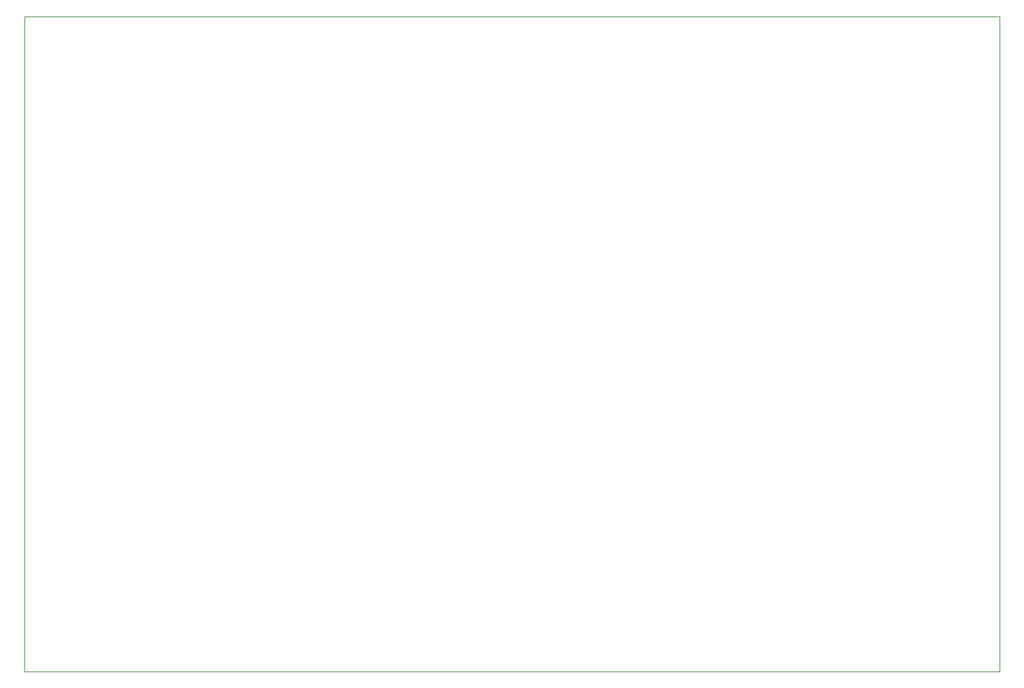
<source format=gbr>
%TF.GenerationSoftware,Altium Limited,Altium Designer,24.8.2 (39)*%
G04 Layer_Color=0*
%FSLAX45Y45*%
%MOMM*%
%TF.SameCoordinates,7B02E6E7-76C9-4046-B631-68F2DAB786CE*%
%TF.FilePolarity,Positive*%
%TF.FileFunction,Profile,NP*%
%TF.Part,Single*%
G01*
G75*
%TA.AperFunction,Profile*%
%ADD159C,0.02540*%
D159*
X0Y0D02*
Y8400000D01*
X12500004D01*
Y0D01*
X0D01*
%TF.MD5,253eb76b27a9d2007d420a1874e78045*%
M02*

</source>
